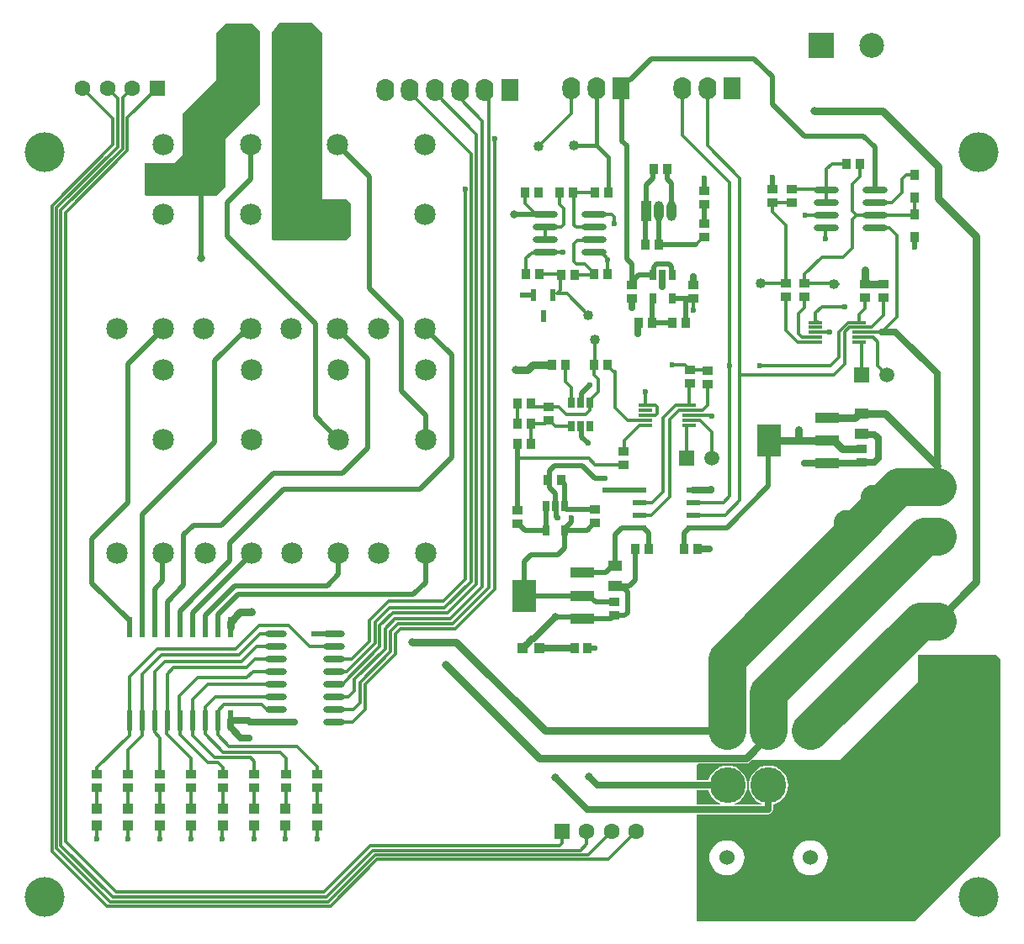
<source format=gtl>
G04*
G04 #@! TF.GenerationSoftware,Altium Limited,Altium Designer,20.0.2 (26)*
G04*
G04 Layer_Physical_Order=1*
G04 Layer_Color=255*
%FSLAX25Y25*%
%MOIN*%
G70*
G01*
G75*
%ADD19C,0.01200*%
%ADD57C,0.04000*%
%ADD58R,0.03543X0.04134*%
%ADD59R,0.09449X0.03937*%
%ADD60R,0.09449X0.12992*%
%ADD61R,0.03937X0.03543*%
%ADD62R,0.05800X0.04000*%
%ADD63R,0.04134X0.03543*%
%ADD64R,0.03900X0.04300*%
%ADD65R,0.04300X0.03900*%
%ADD66R,0.03543X0.03937*%
%ADD67R,0.05709X0.01181*%
%ADD68R,0.05709X0.02362*%
%ADD69R,0.02756X0.03937*%
%ADD70R,0.02559X0.04331*%
%ADD71R,0.02362X0.05118*%
%ADD72O,0.09843X0.02756*%
%ADD73R,0.02362X0.07874*%
%ADD74O,0.08661X0.02362*%
%ADD75C,0.01500*%
%ADD76C,0.15000*%
%ADD77C,0.03000*%
%ADD78C,0.02500*%
%ADD79C,0.02000*%
%ADD80C,0.08500*%
%ADD81C,0.06299*%
%ADD82R,0.06299X0.06299*%
%ADD83O,0.07000X0.09000*%
%ADD84R,0.07000X0.09000*%
%ADD85C,0.09843*%
%ADD86R,0.09843X0.09843*%
%ADD87C,0.14173*%
%ADD88C,0.06000*%
%ADD89R,0.09843X0.09843*%
%ADD90R,0.05906X0.05906*%
%ADD91C,0.05906*%
%ADD92R,0.03937X0.07874*%
%ADD93O,0.03937X0.07874*%
%ADD94C,0.15748*%
%ADD95C,0.02362*%
%ADD96C,0.03150*%
%ADD97C,0.11024*%
G36*
X275243Y-340754D02*
X275966Y-342107D01*
X276939Y-343292D01*
X278125Y-344266D01*
X279477Y-344988D01*
X279560Y-345014D01*
X279486Y-345514D01*
X270300D01*
Y-339646D01*
X274907D01*
X275243Y-340754D01*
D02*
G37*
G36*
X390500Y-287800D02*
Y-358000D01*
X356700Y-391800D01*
X270300D01*
Y-349286D01*
X298600D01*
X299322Y-349143D01*
X299934Y-348734D01*
X300343Y-348122D01*
X300486Y-347400D01*
Y-345366D01*
X301730Y-344988D01*
X303082Y-344266D01*
X304268Y-343292D01*
X305241Y-342107D01*
X305964Y-340754D01*
X306409Y-339286D01*
X306560Y-337760D01*
X306409Y-336233D01*
X305964Y-334766D01*
X305241Y-333413D01*
X304268Y-332227D01*
X303082Y-331254D01*
X301730Y-330531D01*
X300262Y-330086D01*
X298735Y-329936D01*
X297209Y-330086D01*
X295741Y-330531D01*
X294389Y-331254D01*
X293203Y-332227D01*
X292230Y-333413D01*
X291507Y-334766D01*
X291061Y-336233D01*
X290911Y-337760D01*
X291061Y-339286D01*
X291507Y-340754D01*
X292230Y-342107D01*
X293203Y-343292D01*
X294389Y-344266D01*
X295741Y-344988D01*
X295824Y-345014D01*
X295750Y-345514D01*
X285457D01*
X285383Y-345014D01*
X285466Y-344988D01*
X286819Y-344266D01*
X288004Y-343292D01*
X288977Y-342107D01*
X289700Y-340754D01*
X290146Y-339286D01*
X290296Y-337760D01*
X290146Y-336233D01*
X289700Y-334766D01*
X288977Y-333413D01*
X288004Y-332227D01*
X286819Y-331254D01*
X285466Y-330531D01*
X283998Y-330086D01*
X282472Y-329936D01*
X280945Y-330086D01*
X279477Y-330531D01*
X278125Y-331254D01*
X276939Y-332227D01*
X275966Y-333413D01*
X275243Y-334766D01*
X274907Y-335874D01*
X270300D01*
Y-329700D01*
X270859Y-329141D01*
X289900D01*
X290719Y-328978D01*
X291414Y-328514D01*
X292328Y-327600D01*
X327000D01*
X358000Y-296600D01*
Y-285900D01*
X388600Y-285900D01*
X390500Y-287800D01*
D02*
G37*
G36*
X117800Y-35300D02*
X121800Y-39300D01*
Y-105314D01*
X131562D01*
X133361Y-107114D01*
Y-119714D01*
X131462Y-121614D01*
X102193D01*
X101895Y-121205D01*
X101900Y-121200D01*
Y-39500D01*
X105078Y-35300D01*
X117800Y-35300D01*
D02*
G37*
G36*
X97300Y-38600D02*
X97300Y-67900D01*
X83700Y-81500D01*
X83700Y-100600D01*
X80100Y-104200D01*
X52200D01*
X51500Y-103500D01*
Y-91100D01*
X63178Y-91100D01*
X66500Y-87778D01*
X66500Y-71600D01*
X79900Y-58200D01*
Y-39400D01*
X83600Y-35700D01*
Y-35600D01*
X94300D01*
X97300Y-38600D01*
D02*
G37*
%LPC*%
G36*
X315271Y-359577D02*
X313920Y-359710D01*
X312621Y-360104D01*
X311425Y-360744D01*
X310375Y-361605D01*
X309514Y-362654D01*
X308875Y-363851D01*
X308481Y-365149D01*
X308348Y-366500D01*
X308481Y-367851D01*
X308875Y-369149D01*
X309514Y-370346D01*
X310375Y-371395D01*
X311425Y-372256D01*
X312621Y-372896D01*
X313920Y-373290D01*
X315271Y-373423D01*
X316621Y-373290D01*
X317920Y-372896D01*
X319117Y-372256D01*
X320166Y-371395D01*
X321027Y-370346D01*
X321667Y-369149D01*
X322061Y-367851D01*
X322194Y-366500D01*
X322061Y-365149D01*
X321667Y-363851D01*
X321027Y-362654D01*
X320166Y-361605D01*
X319117Y-360744D01*
X317920Y-360104D01*
X316621Y-359710D01*
X315271Y-359577D01*
D02*
G37*
G36*
X282200D02*
X280849Y-359710D01*
X279551Y-360104D01*
X278354Y-360744D01*
X277305Y-361605D01*
X276444Y-362654D01*
X275804Y-363851D01*
X275410Y-365149D01*
X275277Y-366500D01*
X275410Y-367851D01*
X275804Y-369149D01*
X276444Y-370346D01*
X277305Y-371395D01*
X278354Y-372256D01*
X279551Y-372896D01*
X280849Y-373290D01*
X282200Y-373423D01*
X283551Y-373290D01*
X284849Y-372896D01*
X286046Y-372256D01*
X287095Y-371395D01*
X287956Y-370346D01*
X288596Y-369149D01*
X288990Y-367851D01*
X289123Y-366500D01*
X288990Y-365149D01*
X288596Y-363851D01*
X287956Y-362654D01*
X287095Y-361605D01*
X286046Y-360744D01*
X284849Y-360104D01*
X283551Y-359710D01*
X282200Y-359577D01*
D02*
G37*
%LPD*%
D19*
X36580Y-385780D02*
X125120D01*
X14800Y-364000D02*
X36580Y-385780D01*
X14800Y-364000D02*
Y-108109D01*
X37880Y-383980D02*
X124320D01*
X16600Y-362700D02*
X37880Y-383980D01*
X16600Y-362700D02*
Y-108854D01*
X38800Y-382000D02*
X123500D01*
X18400Y-361600D02*
X38800Y-382000D01*
X18400Y-361600D02*
Y-109854D01*
X40300Y-380200D02*
X122700D01*
X20200Y-360100D02*
X40300Y-380200D01*
X20200Y-360100D02*
Y-110600D01*
X136900Y-296900D02*
X149000Y-284800D01*
X136900Y-305200D02*
Y-296900D01*
X134400Y-307700D02*
X136900Y-305200D01*
X139000Y-297800D02*
X151100Y-285700D01*
X139000Y-307700D02*
Y-297800D01*
X134000Y-312700D02*
X139000Y-307700D01*
X149000Y-276700D02*
X151900Y-273800D01*
X149000Y-284800D02*
Y-276700D01*
X151100Y-277600D02*
X153000Y-275700D01*
X151100Y-285700D02*
Y-277600D01*
X142926Y-281474D02*
Y-273174D01*
X131700Y-292700D02*
X142926Y-281474D01*
X126549Y-292700D02*
X131700D01*
X140700Y-280700D02*
Y-272400D01*
X133700Y-287700D02*
X140700Y-280700D01*
X126549Y-287700D02*
X133700D01*
X140700Y-272400D02*
X148300Y-264800D01*
X169900D01*
X180900Y-87243D02*
X180900Y-256900D01*
X170378Y-267422D02*
X180900Y-256900D01*
X148678Y-267422D02*
X170378D01*
X178500Y-256200D02*
Y-101300D01*
X169900Y-264800D02*
X178500Y-256200D01*
X216400Y-141400D02*
Y-135200D01*
X218900Y-142800D02*
X227400Y-151300D01*
X215000Y-142800D02*
X218900D01*
X207700Y-84400D02*
X220700Y-71400D01*
Y-61400D01*
X326021Y-138821D02*
X326200Y-139000D01*
X313279Y-138821D02*
X326021D01*
X313100Y-138643D02*
X313279Y-138821D01*
X305479Y-138621D02*
X305500Y-138643D01*
X295521Y-138621D02*
X305479D01*
X295500Y-138600D02*
X295521Y-138621D01*
X287400Y-175500D02*
Y-97000D01*
Y-175500D02*
X287800Y-175100D01*
X274443Y-84043D02*
X287400Y-97000D01*
X229743Y-171100D02*
X229771Y-171071D01*
Y-161129D01*
X229800Y-161100D01*
X227600Y-208100D02*
X230100Y-210600D01*
X199200Y-208100D02*
X227600D01*
X32590Y-333493D02*
Y-330810D01*
X45089Y-333493D02*
Y-323711D01*
X57587Y-333493D02*
Y-318887D01*
X55500Y-316800D02*
X57587Y-318887D01*
X55500Y-316800D02*
Y-312204D01*
X70086Y-333493D02*
Y-327186D01*
X82584Y-333493D02*
Y-330684D01*
X80700Y-328800D02*
X82584Y-330684D01*
X76698Y-328800D02*
X80700D01*
X65500Y-317602D02*
X76698Y-328800D01*
X79400Y-326800D02*
X93500D01*
X70500Y-317900D02*
X79400Y-326800D01*
X95083Y-333493D02*
Y-328383D01*
X93500Y-326800D02*
X95083Y-328383D01*
X82600Y-324600D02*
X105200D01*
X75500Y-317500D02*
X82600Y-324600D01*
X107581Y-333493D02*
Y-326981D01*
X105200Y-324600D02*
X107581Y-326981D01*
X112000Y-322300D02*
X120080Y-330380D01*
X85100Y-322300D02*
X112000D01*
X120080Y-333493D02*
Y-330380D01*
X80500Y-317700D02*
X85100Y-322300D01*
X50600Y-318200D02*
Y-312304D01*
X45089Y-323711D02*
X50600Y-318200D01*
X45500Y-317900D02*
Y-312204D01*
X32590Y-330810D02*
X45500Y-317900D01*
X60400Y-317500D02*
X70086Y-327186D01*
X60400Y-317500D02*
Y-312304D01*
X65500Y-317602D02*
Y-312204D01*
X70500Y-317900D02*
Y-312204D01*
X120080Y-346900D02*
Y-338808D01*
X119880Y-347100D02*
X120080Y-346900D01*
X107581Y-346929D02*
Y-338808D01*
X107410Y-347100D02*
X107581Y-346929D01*
X94940Y-339541D02*
X95083Y-339398D01*
X94940Y-347100D02*
Y-339541D01*
X95083Y-339398D02*
Y-338808D01*
X82584Y-346986D02*
Y-338808D01*
X82470Y-347100D02*
X82584Y-346986D01*
X70086Y-347014D02*
Y-338808D01*
X70000Y-347100D02*
X70086Y-347014D01*
X57587Y-347043D02*
Y-338808D01*
X57530Y-347100D02*
X57587Y-347043D01*
X45089Y-347071D02*
Y-338808D01*
X45060Y-347100D02*
X45089Y-347071D01*
X119880Y-353800D02*
X119880Y-353800D01*
X119880Y-359050D02*
Y-353800D01*
X107398Y-353812D02*
X107410Y-353800D01*
X107398Y-359050D02*
Y-353812D01*
X94915Y-353824D02*
X94940Y-353800D01*
X94915Y-359050D02*
Y-353824D01*
X82433Y-353837D02*
X82470Y-353800D01*
X82433Y-359050D02*
Y-353837D01*
X69951Y-353849D02*
X70000Y-353800D01*
X69951Y-359050D02*
Y-353849D01*
X57469Y-353861D02*
X57530Y-353800D01*
X57469Y-359050D02*
Y-353861D01*
X44987Y-353873D02*
X45060Y-353800D01*
X44987Y-359050D02*
Y-353873D01*
X32605Y-359050D02*
Y-353815D01*
X32590Y-353800D02*
X32605Y-353815D01*
X32590Y-347100D02*
Y-338808D01*
X141100Y-361800D02*
X215800D01*
X122700Y-380200D02*
X141100Y-361800D01*
X141900Y-363600D02*
X224300D01*
X123500Y-382000D02*
X141900Y-363600D01*
X142900Y-365400D02*
X227143D01*
X124320Y-383980D02*
X142900Y-365400D01*
X143700Y-367200D02*
X235185D01*
X125120Y-385780D02*
X143700Y-367200D01*
X44680Y-73168D02*
X56527Y-61321D01*
X44680Y-86120D02*
Y-73168D01*
X42880Y-65126D02*
X46685Y-61321D01*
X42880Y-85374D02*
Y-65126D01*
X36842Y-61321D02*
X40900Y-65378D01*
Y-84554D02*
Y-65378D01*
X27000Y-61321D02*
X39100Y-73421D01*
Y-83809D02*
Y-73421D01*
X216858Y-360742D02*
Y-356000D01*
X215800Y-361800D02*
X216858Y-360742D01*
X226700Y-361200D02*
Y-356000D01*
X224300Y-363600D02*
X226700Y-361200D01*
X227143Y-365400D02*
X236543Y-356000D01*
X235185Y-367200D02*
X246385Y-356000D01*
X20200Y-110600D02*
X44680Y-86120D01*
X18400Y-109854D02*
X42880Y-85374D01*
X16600Y-108854D02*
X40900Y-84554D01*
X14800Y-108109D02*
X39100Y-83809D01*
X132300Y-302700D02*
X134700Y-300300D01*
X126549Y-302700D02*
X132300D01*
X134700Y-300300D02*
Y-295800D01*
X146815Y-283685D01*
X126549Y-307700D02*
X134400D01*
X153000Y-275700D02*
X174600D01*
X151900Y-273800D02*
X173500D01*
X351700Y-102700D02*
Y-97500D01*
X347754Y-106647D02*
X351700Y-102700D01*
X346547Y-116647D02*
X349700Y-119800D01*
X340857Y-116647D02*
X346547D01*
X349700Y-152100D02*
Y-119800D01*
X339607Y-156193D02*
X344400Y-151400D01*
X342100Y-171500D02*
Y-162100D01*
X340130Y-160130D02*
X342100Y-162100D01*
X334618Y-160130D02*
X340130D01*
X334618Y-156193D02*
X339607D01*
X343700Y-158100D02*
X349700Y-152100D01*
X344400Y-151400D02*
Y-144358D01*
X80500Y-317700D02*
Y-312204D01*
X75500Y-317500D02*
Y-312204D01*
X60400Y-312304D02*
X60500Y-312204D01*
X50500D02*
X50600Y-312304D01*
X80500Y-308303D02*
X83103Y-305700D01*
X80500Y-312204D02*
Y-308303D01*
X99800Y-307700D02*
X103651D01*
X97800Y-305700D02*
X99800Y-307700D01*
X83103Y-305700D02*
X97800D01*
X241695Y-205285D02*
Y-201039D01*
X235057Y-129300D02*
Y-128926D01*
Y-135100D02*
Y-129300D01*
X283400Y-223000D02*
Y-98700D01*
X340857Y-116647D02*
X340900Y-116689D01*
X313446Y-111646D02*
X321566D01*
X313400Y-111600D02*
X313446Y-111646D01*
X300300Y-110400D02*
Y-106757D01*
Y-110400D02*
X305500Y-115600D01*
X287400Y-224800D02*
Y-175500D01*
X287800Y-175100D02*
X324500D01*
X281631Y-230569D02*
X287400Y-224800D01*
X269028Y-230569D02*
X281631D01*
X280832Y-225569D02*
X283400Y-223000D01*
X264600Y-79900D02*
X283400Y-98700D01*
X274443Y-84043D02*
Y-61400D01*
X264600Y-79900D02*
Y-61400D01*
X324500Y-175100D02*
X328857Y-170742D01*
X295200Y-171300D02*
X323400D01*
X269028Y-225569D02*
X280832D01*
X237900Y-187900D02*
Y-173600D01*
Y-187900D02*
X243072Y-193072D01*
X237262Y-173600D02*
X237900D01*
X272565Y-189135D02*
X274500Y-187200D01*
Y-178746D01*
X305500Y-138643D02*
Y-115600D01*
X313100Y-138643D02*
Y-135200D01*
X305500Y-157400D02*
Y-143957D01*
Y-157400D02*
X310199Y-162099D01*
X313100Y-148300D02*
Y-143957D01*
X310600Y-150800D02*
X313100Y-148300D01*
X310600Y-158800D02*
Y-150800D01*
X319800Y-148000D02*
X328857D01*
X317295Y-154225D02*
Y-150505D01*
X319800Y-148000D01*
X318290Y-154225D02*
X318300Y-154215D01*
X317295Y-154225D02*
X318290D01*
X317295Y-158162D02*
X322938D01*
X323067Y-158033D01*
X323400Y-171300D02*
X326500Y-168200D01*
X330187Y-154225D02*
X334618D01*
X326500Y-157912D02*
X330187Y-154225D01*
X326500Y-168200D02*
Y-157912D01*
X328857Y-170742D02*
Y-158100D01*
X334609Y-156203D02*
X334618Y-156193D01*
X330755Y-156203D02*
X334609D01*
X328857Y-158100D02*
X330755Y-156203D01*
X334618Y-158162D02*
X334628Y-158152D01*
X343648D01*
X343700Y-158100D01*
X342100Y-171500D02*
X345500Y-174900D01*
X335500D02*
Y-162108D01*
X335490Y-162099D02*
X335500Y-162108D01*
X334618Y-162099D02*
X335490D01*
X335500Y-174900D02*
X335600Y-174800D01*
X337000Y-148800D02*
Y-144257D01*
X334618Y-151182D02*
X337000Y-148800D01*
X334618Y-154225D02*
Y-151182D01*
X310600Y-158800D02*
X311930Y-160130D01*
X317295D01*
X304900Y-144557D02*
X305500Y-143957D01*
X310199Y-162099D02*
X317295D01*
X333546Y-111646D02*
X333753D01*
X332100Y-113300D02*
X333753Y-111646D01*
X340857D01*
X328400Y-128500D02*
X332100Y-124800D01*
Y-113300D01*
X313100Y-135200D02*
X319800Y-128500D01*
X328400D01*
X321400Y-116812D02*
X321566Y-116647D01*
X321400Y-121100D02*
Y-116812D01*
X321566Y-106647D02*
Y-101646D01*
X300300Y-106757D02*
X307900D01*
X321464Y-101544D02*
X321566Y-101646D01*
X308002Y-101544D02*
X321464D01*
X307900Y-101443D02*
X308002Y-101544D01*
X321566Y-101646D02*
Y-93534D01*
X323800Y-91300D02*
X329542D01*
X321566Y-93534D02*
X323800Y-91300D01*
X334858D02*
X335000Y-91443D01*
Y-96500D02*
Y-91443D01*
X332000Y-110100D02*
Y-99500D01*
X335000Y-96500D01*
X332000Y-110100D02*
X333546Y-111646D01*
X340857D02*
X356226D01*
X356500Y-111372D01*
X356550Y-104878D02*
X356600Y-104828D01*
X356550Y-111322D02*
Y-104878D01*
X356500Y-111372D02*
X356550Y-111322D01*
X353428Y-95772D02*
X356600D01*
X351700Y-97500D02*
X353428Y-95772D01*
X340857Y-106647D02*
X347754D01*
X265487Y-171100D02*
X267530Y-173143D01*
X260700Y-171100D02*
X265487D01*
X271672Y-193072D02*
X276200Y-197600D01*
X267261Y-193072D02*
X271672D01*
X276200Y-208200D02*
Y-197600D01*
X266200Y-208200D02*
Y-195050D01*
X266210Y-195040D01*
X267261D01*
Y-191103D02*
X276103D01*
X276402Y-191402D01*
X261834Y-187166D02*
X267261D01*
X256800Y-192200D02*
X261834Y-187166D01*
X256800Y-221500D02*
Y-192200D01*
X259600Y-192750D02*
X263225Y-189125D01*
X259600Y-223300D02*
Y-192750D01*
X249939Y-187166D02*
Y-181839D01*
X249900Y-181800D02*
X249939Y-181839D01*
X254700Y-190300D02*
Y-187869D01*
X249939Y-187166D02*
X253997D01*
X254700Y-187869D01*
X253906Y-191094D02*
X254700Y-190300D01*
X249939Y-191103D02*
X249948Y-191094D01*
X253906D01*
X267252Y-189125D02*
X267261Y-189135D01*
X263225Y-189125D02*
X267252D01*
X247572Y-230569D02*
X252331D01*
X259600Y-223300D01*
X252731Y-225569D02*
X256800Y-221500D01*
X247572Y-225569D02*
X252731D01*
X274500Y-178746D02*
X274656Y-178590D01*
X267261Y-189135D02*
X272565D01*
X267261Y-187166D02*
Y-178726D01*
X267530Y-178457D01*
X274590Y-173209D02*
X274656Y-173275D01*
X267596Y-173209D02*
X274590D01*
X267530Y-173143D02*
X267596Y-173209D01*
X266203Y-191103D02*
X267261D01*
X266200Y-191100D02*
X266203Y-191103D01*
X229743Y-175193D02*
Y-171100D01*
Y-175193D02*
X231400Y-176850D01*
Y-181796D02*
Y-176850D01*
X227997Y-186085D02*
Y-185199D01*
X231400Y-181796D01*
X235057Y-171395D02*
Y-171100D01*
Y-171395D02*
X237262Y-173600D01*
X243072Y-193072D02*
X249939D01*
X241695Y-201039D02*
X247694Y-195040D01*
X241400Y-205285D02*
X241695D01*
X247694Y-195040D02*
X249939D01*
X230100Y-210600D02*
X241400D01*
X218609Y-190809D02*
X226225D01*
X215506Y-187706D02*
X218609Y-190809D01*
X211643Y-187706D02*
X215506D01*
X227997Y-189038D02*
Y-186085D01*
X226225Y-190809D02*
X227997Y-189038D01*
X204556Y-186534D02*
Y-186426D01*
Y-186534D02*
X205728Y-187706D01*
X211643D01*
X199143Y-194300D02*
X199192Y-194251D01*
Y-186475D01*
X199241Y-186426D01*
X204457Y-202225D02*
Y-194300D01*
X210166D01*
X211446Y-193020D01*
X211643D01*
X214353Y-195534D02*
X220516D01*
X211839Y-193020D02*
X214353Y-195534D01*
X211643Y-193020D02*
X211839D01*
X220516Y-186085D02*
Y-179934D01*
X218315Y-177732D02*
X220516Y-179934D01*
X218315Y-177732D02*
Y-171000D01*
X268800Y-144842D02*
X268900Y-144942D01*
Y-149400D02*
Y-144942D01*
X260440Y-135391D02*
X260500Y-135451D01*
X269962Y-123400D02*
X272905Y-120457D01*
X273200D01*
X255258Y-123400D02*
X255279Y-123379D01*
Y-109953D02*
X255300Y-109932D01*
X249942Y-110289D02*
X250300Y-109932D01*
X253100Y-93542D02*
X253142Y-93500D01*
X208015Y-135200D02*
X216400D01*
X207900Y-103142D02*
X207904Y-103532D01*
X207457Y-102700D02*
X207900Y-103142D01*
X229446Y-126500D02*
X232632D01*
X237519Y-114819D02*
Y-112303D01*
X229446Y-111500D02*
X236716D01*
X237519Y-112303D01*
Y-114819D02*
X237700Y-115000D01*
X210154Y-126500D02*
X217200D01*
X210054Y-126600D02*
X210154Y-126500D01*
X204900Y-126600D02*
X210054D01*
X202700Y-135200D02*
Y-128800D01*
X204900Y-126600D01*
X217600Y-115400D02*
Y-109100D01*
X216042Y-107543D02*
X217600Y-109100D01*
X216042Y-107543D02*
Y-102700D01*
X216500Y-116500D02*
X217600Y-115400D01*
X210154Y-116500D02*
X216500D01*
X210154Y-121500D02*
Y-116500D01*
X221357Y-102700D02*
X229942D01*
X221357D02*
X221690Y-103032D01*
Y-115555D02*
Y-103032D01*
X222635Y-116500D02*
X229446D01*
X221690Y-115555D02*
X222635Y-116500D01*
X202143Y-107142D02*
X205781Y-110781D01*
X202143Y-107142D02*
Y-102700D01*
X221690Y-129890D02*
Y-123148D01*
X229148Y-121798D02*
X229446Y-121500D01*
X223040Y-121798D02*
X229148D01*
X221690Y-123148D02*
X223040Y-121798D01*
X221690Y-129890D02*
X222700Y-130900D01*
X225838D01*
X229743Y-135100D02*
Y-134805D01*
X225838Y-130900D02*
X229743Y-134805D01*
X232632Y-126500D02*
X235057Y-128926D01*
X221815Y-135300D02*
X229542D01*
X229743Y-135100D01*
X215000Y-142800D02*
X216400Y-141400D01*
X171700Y-269500D02*
X183065Y-258135D01*
X149800Y-269500D02*
X171700D01*
X144765Y-274535D02*
X149800Y-269500D01*
X144765Y-282835D02*
Y-274535D01*
X172600Y-271700D02*
X185400Y-258900D01*
X150700Y-271700D02*
X172600D01*
X146815Y-275585D02*
X150700Y-271700D01*
X146815Y-283685D02*
Y-275585D01*
X173500Y-273800D02*
X187800Y-259500D01*
X174600Y-275700D02*
X190300Y-260000D01*
Y-81400D01*
X187800Y-259500D02*
Y-63615D01*
X186285Y-62100D02*
X187800Y-63615D01*
X185400Y-74400D02*
X185400Y-258900D01*
X176443Y-65443D02*
X185400Y-74400D01*
X176443Y-65443D02*
Y-62100D01*
X156757Y-63100D02*
X180900Y-87243D01*
X166600Y-63100D02*
Y-62100D01*
Y-63100D02*
X183065Y-79565D01*
Y-258135D02*
Y-79565D01*
X156757Y-63100D02*
Y-62100D01*
X126549Y-312700D02*
X134000D01*
X142926Y-273174D02*
X148678Y-267422D01*
X129900Y-297700D02*
X144765Y-282835D01*
X126549Y-297700D02*
X129900D01*
X56600Y-283700D02*
X87500D01*
X45500Y-294800D02*
X56600Y-283700D01*
X45500Y-312204D02*
Y-294800D01*
X58200Y-286000D02*
X89000D01*
X50500Y-293700D02*
X58200Y-286000D01*
X50500Y-312204D02*
Y-293700D01*
X59600Y-288700D02*
X89900D01*
X55500Y-292800D02*
X59600Y-288700D01*
X55500Y-312204D02*
Y-292800D01*
X89000Y-286000D02*
X97300Y-277700D01*
X103651D01*
X95900Y-282700D02*
X103651D01*
X89900Y-288700D02*
X95900Y-282700D01*
X94500Y-292700D02*
X103651D01*
X92000Y-295200D02*
X94500Y-292700D01*
X72500Y-295200D02*
X92000D01*
X65400Y-302300D02*
X72500Y-295200D01*
X65400Y-312104D02*
Y-302300D01*
X75500Y-312204D02*
X75600Y-312104D01*
Y-306700D01*
X79600Y-302700D02*
X103651D01*
X75600Y-306700D02*
X79600Y-302700D01*
X76600Y-297700D02*
X103651D01*
X70500Y-312204D02*
Y-303800D01*
X76600Y-297700D01*
X65400Y-312104D02*
X65500Y-312204D01*
X95300Y-287700D02*
X103651D01*
X91900Y-291100D02*
X95300Y-287700D01*
X63100Y-291100D02*
X91900D01*
X60500Y-293700D02*
X63100Y-291100D01*
X60500Y-312204D02*
Y-293700D01*
X96800Y-274400D02*
X108489D01*
X87500Y-283700D02*
X96800Y-274400D01*
X116789Y-282700D02*
X126549D01*
X108489Y-274400D02*
X116789Y-282700D01*
X128288Y-200606D02*
X129295D01*
X94036D02*
X95095D01*
D57*
X227400Y-151300D02*
D03*
X221700Y-84200D02*
D03*
X207700Y-84400D02*
D03*
X324600Y-138900D02*
D03*
X295500Y-138600D02*
D03*
X229800Y-161100D02*
D03*
D58*
X229743Y-171100D02*
D03*
X235057D02*
D03*
X227100Y-283500D02*
D03*
X221785D02*
D03*
X329542Y-91300D02*
D03*
X334858D02*
D03*
X216458Y-216600D02*
D03*
X211142D02*
D03*
X265815Y-154337D02*
D03*
X260500D02*
D03*
X247143Y-154400D02*
D03*
X252457D02*
D03*
X229942Y-102700D02*
D03*
X235258D02*
D03*
X235057Y-135100D02*
D03*
X229743D02*
D03*
X221815Y-135300D02*
D03*
X216500D02*
D03*
X202700Y-135200D02*
D03*
X208015D02*
D03*
X204457Y-202225D02*
D03*
X199143D02*
D03*
X213000Y-171000D02*
D03*
X218315D02*
D03*
X204457Y-194300D02*
D03*
X199143D02*
D03*
X199241Y-186426D02*
D03*
X204556D02*
D03*
X202143Y-102700D02*
D03*
X207457D02*
D03*
X221357D02*
D03*
X216042D02*
D03*
D59*
X321917Y-210187D02*
D03*
Y-201132D02*
D03*
Y-192076D02*
D03*
X224849Y-253545D02*
D03*
Y-262600D02*
D03*
Y-271655D02*
D03*
D60*
X299083Y-201132D02*
D03*
X202014Y-262600D02*
D03*
D61*
X335700Y-209658D02*
D03*
Y-204343D02*
D03*
X211643Y-187706D02*
D03*
Y-193020D02*
D03*
X268800Y-144842D02*
D03*
Y-139527D02*
D03*
X237632Y-270458D02*
D03*
Y-265142D02*
D03*
X244500Y-139542D02*
D03*
Y-144858D02*
D03*
D62*
X335700Y-190300D02*
D03*
Y-198300D02*
D03*
X237931Y-258800D02*
D03*
Y-250800D02*
D03*
D63*
X120080Y-333493D02*
D03*
Y-338808D02*
D03*
X107581Y-333493D02*
D03*
Y-338808D02*
D03*
X32590Y-333493D02*
D03*
Y-338808D02*
D03*
X70086Y-333493D02*
D03*
Y-338808D02*
D03*
X57587Y-333493D02*
D03*
Y-338808D02*
D03*
X45089Y-333493D02*
D03*
Y-338808D02*
D03*
X82584Y-333493D02*
D03*
Y-338808D02*
D03*
X95083Y-333493D02*
D03*
Y-338808D02*
D03*
X344400Y-144358D02*
D03*
Y-139042D02*
D03*
X337000Y-144257D02*
D03*
Y-138943D02*
D03*
X313100Y-138643D02*
D03*
Y-143957D02*
D03*
X305500Y-138643D02*
D03*
Y-143957D02*
D03*
X307900Y-101443D02*
D03*
Y-106757D02*
D03*
X300300D02*
D03*
Y-101443D02*
D03*
X199300Y-233958D02*
D03*
Y-228643D02*
D03*
X273200Y-101943D02*
D03*
Y-107257D02*
D03*
Y-115143D02*
D03*
Y-120457D02*
D03*
X267530Y-178457D02*
D03*
Y-173143D02*
D03*
X274656Y-178590D02*
D03*
Y-173275D02*
D03*
X241400Y-205285D02*
D03*
Y-210600D02*
D03*
X230000Y-228443D02*
D03*
Y-233757D02*
D03*
D64*
X119880Y-347100D02*
D03*
Y-353800D02*
D03*
X32590Y-347100D02*
D03*
Y-353800D02*
D03*
X45060Y-347100D02*
D03*
Y-353800D02*
D03*
X57530Y-347100D02*
D03*
Y-353800D02*
D03*
X70000Y-347100D02*
D03*
Y-353800D02*
D03*
X82470Y-347100D02*
D03*
Y-353800D02*
D03*
X94940Y-347100D02*
D03*
Y-353800D02*
D03*
X107410Y-347100D02*
D03*
Y-353800D02*
D03*
D65*
X207900Y-283475D02*
D03*
X201200D02*
D03*
D66*
X265243Y-243900D02*
D03*
X270557D02*
D03*
X246042D02*
D03*
X251358D02*
D03*
X258457Y-93500D02*
D03*
X253142D02*
D03*
X249942Y-123400D02*
D03*
X255258D02*
D03*
X356600Y-95772D02*
D03*
Y-104828D02*
D03*
X356500Y-111372D02*
D03*
Y-120428D02*
D03*
D67*
X317295Y-154225D02*
D03*
Y-156193D02*
D03*
Y-158162D02*
D03*
Y-160130D02*
D03*
Y-162099D02*
D03*
X334618Y-154225D02*
D03*
Y-156193D02*
D03*
Y-158162D02*
D03*
Y-160130D02*
D03*
Y-162099D02*
D03*
X267261Y-195040D02*
D03*
Y-193072D02*
D03*
Y-191103D02*
D03*
Y-189135D02*
D03*
Y-187166D02*
D03*
X249939Y-195040D02*
D03*
Y-193072D02*
D03*
Y-191103D02*
D03*
Y-189135D02*
D03*
Y-187166D02*
D03*
D68*
X269028Y-235568D02*
D03*
Y-230569D02*
D03*
Y-225569D02*
D03*
Y-220568D02*
D03*
X247572Y-235568D02*
D03*
Y-230569D02*
D03*
Y-225569D02*
D03*
Y-220568D02*
D03*
D69*
X218000Y-227100D02*
D03*
X214260D02*
D03*
X210520D02*
D03*
X218000Y-236549D02*
D03*
X210520D02*
D03*
D70*
X227997Y-186085D02*
D03*
X224257D02*
D03*
X220516D02*
D03*
Y-195534D02*
D03*
X224257D02*
D03*
X227997D02*
D03*
X260440Y-144840D02*
D03*
X252960D02*
D03*
Y-135391D02*
D03*
X256700D02*
D03*
X260440D02*
D03*
D71*
X213240Y-143366D02*
D03*
X205760D02*
D03*
X209500Y-151634D02*
D03*
D72*
X210154Y-111500D02*
D03*
Y-116500D02*
D03*
Y-121500D02*
D03*
Y-126500D02*
D03*
X229446Y-111500D02*
D03*
Y-116500D02*
D03*
Y-121500D02*
D03*
Y-126500D02*
D03*
X321566Y-101646D02*
D03*
Y-106647D02*
D03*
Y-111646D02*
D03*
Y-116647D02*
D03*
X340857Y-101646D02*
D03*
Y-106647D02*
D03*
Y-111646D02*
D03*
Y-116647D02*
D03*
D73*
X45500Y-312204D02*
D03*
X50500D02*
D03*
X55500D02*
D03*
X60500D02*
D03*
X65500D02*
D03*
X70500D02*
D03*
X75500D02*
D03*
X80500D02*
D03*
X85500D02*
D03*
Y-275196D02*
D03*
X80500D02*
D03*
X75500D02*
D03*
X70500D02*
D03*
X65500D02*
D03*
X60500D02*
D03*
X55500D02*
D03*
X50500D02*
D03*
X45500D02*
D03*
D74*
X103651Y-277700D02*
D03*
Y-282700D02*
D03*
Y-287700D02*
D03*
Y-292700D02*
D03*
Y-297700D02*
D03*
Y-302700D02*
D03*
Y-307700D02*
D03*
Y-312700D02*
D03*
X126549Y-277700D02*
D03*
Y-282700D02*
D03*
Y-287700D02*
D03*
Y-292700D02*
D03*
Y-297700D02*
D03*
Y-302700D02*
D03*
Y-307700D02*
D03*
Y-312700D02*
D03*
D75*
X221700Y-84200D02*
X230600D01*
Y-62700D01*
X235258Y-102700D02*
Y-88858D01*
X230600Y-84200D02*
X235258Y-88858D01*
D76*
X298735Y-300965D02*
X360500Y-239200D01*
X315271Y-316106D02*
X358820Y-272557D01*
X282200Y-287700D02*
X350385Y-219515D01*
X365500D01*
X282200Y-316106D02*
Y-287700D01*
X360500Y-239200D02*
X365500D01*
X298735Y-316106D02*
Y-300965D01*
X358820Y-272557D02*
X365500D01*
D77*
X85500Y-275196D02*
Y-273078D01*
X89378Y-269200D01*
X93900D01*
X344000Y-70400D02*
X365900Y-92300D01*
X317100Y-70400D02*
X344000D01*
X365900Y-105100D02*
Y-92300D01*
X380900Y-156400D02*
Y-120100D01*
X365900Y-105100D02*
X380900Y-120100D01*
Y-156400D02*
X381000Y-156500D01*
Y-257057D02*
Y-156500D01*
X365500Y-272557D02*
X381000Y-257057D01*
X175100Y-280900D02*
X210306Y-316106D01*
X157700Y-280900D02*
X175100D01*
X344350Y-138993D02*
X344400Y-139042D01*
X337050Y-138993D02*
X344350D01*
X337000Y-138943D02*
X337050Y-138993D01*
X310500Y-201132D02*
X321917D01*
X299083D02*
X310500D01*
X337000Y-138943D02*
Y-133300D01*
X310500Y-201132D02*
Y-196800D01*
X344800Y-190300D02*
X365500Y-211000D01*
X335700Y-190300D02*
X344800D01*
X327884Y-204343D02*
X335700D01*
X324673Y-201132D02*
X327884Y-204343D01*
X321917Y-201132D02*
X324673D01*
X321917Y-192076D02*
X333024D01*
X334800Y-190300D01*
X335700D01*
X210306Y-316106D02*
X282200D01*
X208100Y-327000D02*
X289900D01*
X171000Y-289900D02*
X208100Y-327000D01*
X289900D02*
X298735Y-318165D01*
Y-316106D01*
X198600Y-173100D02*
X203300D01*
X205400Y-171000D01*
X213000D01*
D78*
X270557Y-243900D02*
X275200D01*
X214200Y-334600D02*
X227000Y-347400D01*
X298600D01*
Y-337895D01*
X298735Y-337760D01*
X230860D02*
X282472D01*
X227600Y-334500D02*
X230860Y-337760D01*
X349100Y-158100D02*
X365500Y-174500D01*
X343700Y-158100D02*
X349100D01*
X365500Y-211000D02*
Y-174500D01*
Y-219515D02*
Y-211000D01*
X313200Y-210200D02*
X313213Y-210187D01*
X313000Y-210200D02*
X313200D01*
X313213Y-210187D02*
X321917D01*
X335435Y-209922D02*
X335700Y-209658D01*
X322182Y-209922D02*
X335435D01*
X321917Y-210187D02*
X322182Y-209922D01*
X342200Y-208193D02*
Y-200064D01*
X335700Y-198300D02*
X336000Y-198600D01*
X340736D01*
X342200Y-200064D01*
X335700Y-209658D02*
X340736D01*
X342200Y-208193D01*
X93200Y-312700D02*
X103651D01*
X92800Y-312300D02*
X93200Y-312700D01*
X92704Y-312204D02*
X92800Y-312300D01*
X85500Y-312204D02*
X92704D01*
X89678Y-319000D02*
X93000D01*
X85500Y-314822D02*
X89678Y-319000D01*
X85500Y-314822D02*
Y-312204D01*
X207900Y-283475D02*
X207913Y-283487D01*
X221772D01*
X221785Y-283500D01*
X201200Y-283475D02*
X201400D01*
X203868Y-281007D01*
Y-280791D01*
X204984Y-279675D01*
X205625D01*
X214200Y-271100D01*
X268800Y-139527D02*
Y-136000D01*
X247000Y-154543D02*
X247143Y-154400D01*
X247000Y-158700D02*
Y-154543D01*
X244500Y-148500D02*
Y-144858D01*
X256700Y-140116D02*
Y-135391D01*
Y-140116D02*
X256700Y-140116D01*
X269028Y-220568D02*
X276031D01*
X276100Y-220500D01*
X103651Y-312700D02*
X111100D01*
D79*
X298600Y-201614D02*
X299083Y-201132D01*
X298600Y-219200D02*
Y-201614D01*
X282231Y-235568D02*
X298600Y-219200D01*
X269028Y-235568D02*
X282231D01*
X227100Y-283500D02*
X229942D01*
X227500Y-253545D02*
X234287D01*
X255258Y-123400D02*
X269962D01*
X202262Y-236624D02*
X210520D01*
X205727Y-143333D02*
X205760Y-143366D01*
X201333Y-143333D02*
X205727D01*
X201300Y-143300D02*
X201333Y-143333D01*
X300200Y-67700D02*
Y-56800D01*
X293000Y-49600D02*
X300200Y-56800D01*
X252185Y-49600D02*
X293000D01*
X240385Y-61400D02*
Y-60400D01*
X242885Y-57900D01*
X243885D01*
X252185Y-49600D01*
X300200Y-67700D02*
X312800Y-80300D01*
X336400D01*
X340900Y-84800D01*
Y-97300D02*
Y-84800D01*
X340857Y-101646D02*
X340900Y-101604D01*
Y-97300D01*
X356500Y-124300D02*
Y-120428D01*
Y-124300D02*
X356700Y-124500D01*
X300300Y-101443D02*
Y-96700D01*
X273200Y-101943D02*
Y-97200D01*
X265243Y-243900D02*
Y-237681D01*
X267355Y-235568D01*
X269028D01*
X126499Y-277750D02*
X126549Y-277700D01*
X118750Y-277750D02*
X126499D01*
X118700Y-277800D02*
X118750Y-277750D01*
X237800Y-245300D02*
Y-238300D01*
Y-245398D02*
Y-245300D01*
X246042Y-256457D02*
Y-243900D01*
X243700Y-258800D02*
X246042Y-256457D01*
X237931Y-258800D02*
X243700D01*
X240531Y-235568D02*
X247572D01*
X237800Y-238300D02*
X240531Y-235568D01*
X237931Y-250800D02*
Y-245530D01*
X237800Y-245398D02*
X237931Y-245530D01*
X251358Y-243900D02*
Y-237681D01*
X249245Y-235568D02*
X251358Y-237681D01*
X247572Y-235568D02*
X249245D01*
X229800Y-216000D02*
X234100D01*
X234000Y-220568D02*
X247572D01*
X214100Y-211000D02*
X224800D01*
X229800Y-216000D01*
X211142Y-216600D02*
X211914Y-215828D01*
Y-213186D01*
X214100Y-211000D01*
X224363Y-271169D02*
X224849Y-271655D01*
X214269Y-271169D02*
X224363D01*
X214200Y-271100D02*
X214269Y-271169D01*
X199143Y-208043D02*
X199200Y-208100D01*
X199131Y-208031D02*
X199143Y-208043D01*
X224257Y-186085D02*
X224536Y-185805D01*
Y-182457D01*
X227892Y-179100D01*
X224257Y-195534D02*
X224536Y-195813D01*
Y-199579D02*
Y-195813D01*
Y-199579D02*
X227157Y-202200D01*
X218000Y-236549D02*
Y-235958D01*
X220559Y-233399D01*
Y-231824D01*
X214260Y-227100D02*
X214638Y-227478D01*
Y-231218D02*
Y-227478D01*
Y-231218D02*
X215244Y-231824D01*
X218000Y-227100D02*
Y-218438D01*
X216458Y-216895D02*
X218000Y-218438D01*
X216458Y-216895D02*
Y-216600D01*
X214260Y-227100D02*
Y-222131D01*
X211914Y-219786D02*
X214260Y-222131D01*
X211914Y-219786D02*
Y-217372D01*
X211142Y-216600D02*
X211914Y-217372D01*
X234287Y-253545D02*
X237032Y-250800D01*
X237931D01*
Y-258800D02*
X238931Y-259800D01*
X241700D01*
X242800Y-260900D01*
Y-269286D02*
Y-260900D01*
X237632Y-270458D02*
X241628D01*
X242800Y-269286D01*
X224849Y-271655D02*
X236237D01*
X237435Y-270458D01*
X237632D01*
X230147Y-265142D02*
X237632D01*
X227605Y-262600D02*
X230147Y-265142D01*
X224849Y-262600D02*
X227605D01*
X218000Y-243600D02*
Y-236549D01*
X215300Y-246300D02*
X218000Y-243600D01*
X202014Y-248886D02*
X204600Y-246300D01*
X215300D01*
X202014Y-262600D02*
Y-248886D01*
Y-262600D02*
X224849D01*
X210520Y-236549D02*
Y-227100D01*
X218752Y-228443D02*
X230000D01*
X218000Y-227691D02*
X218752Y-228443D01*
X218000Y-227691D02*
Y-227100D01*
X218940Y-236624D02*
X226838D01*
X229705Y-233757D01*
X230000D01*
X199595Y-233958D02*
X202262Y-236624D01*
X199300Y-233958D02*
X199595D01*
X199250Y-228592D02*
X199300Y-228643D01*
X199250Y-228592D02*
Y-208150D01*
X199200Y-208100D02*
X199250Y-208150D01*
X74050Y-102550D02*
X74300Y-102300D01*
X74050Y-128750D02*
Y-102550D01*
X199143Y-208043D02*
Y-202225D01*
X254411Y-131100D02*
X259269D01*
X260161Y-135112D02*
X260440Y-135391D01*
X260161Y-135112D02*
Y-131992D01*
X259269Y-131100D02*
X260161Y-131992D01*
X253239Y-135112D02*
Y-132272D01*
X254411Y-131100D01*
X252960Y-135391D02*
X253239Y-135112D01*
X244500Y-138157D02*
Y-131200D01*
Y-139542D02*
Y-138157D01*
X240442Y-62700D02*
X240700Y-62958D01*
Y-82300D02*
Y-62958D01*
Y-82300D02*
X242500Y-84100D01*
Y-129200D02*
Y-84100D01*
Y-129200D02*
X244500Y-131200D01*
Y-138157D02*
X247266Y-135391D01*
X252960D01*
X265847Y-144841D02*
X268799D01*
X260441D02*
X265847D01*
X268799D02*
X268800Y-144842D01*
X260440Y-144840D02*
X260441Y-144841D01*
X265815Y-154337D02*
Y-144873D01*
X265847Y-144841D01*
X252489Y-154368D02*
X252709Y-154149D01*
X252457Y-154400D02*
X252489Y-154368D01*
X252709Y-154149D02*
Y-145091D01*
X252960Y-144840D01*
X252489Y-154368D02*
X260469D01*
X260500Y-154337D01*
X273200Y-115143D02*
Y-107257D01*
X255279Y-123379D02*
Y-109953D01*
X249942Y-123400D02*
Y-110289D01*
X258457Y-97357D02*
Y-93500D01*
X260300Y-109932D02*
Y-99200D01*
X258457Y-97357D02*
X260300Y-99200D01*
X253100Y-96900D02*
Y-93542D01*
X250300Y-99700D02*
X253100Y-96900D01*
X250300Y-109932D02*
Y-99700D01*
X197900Y-111500D02*
X210154D01*
X162800Y-257300D02*
Y-246015D01*
X158000Y-262100D02*
X162800Y-257300D01*
X88600Y-262100D02*
X158000D01*
X162800Y-246015D02*
X162934Y-245881D01*
X127998Y-83862D02*
X140650Y-96514D01*
Y-140650D02*
Y-96514D01*
Y-140650D02*
X153300Y-153300D01*
Y-181300D02*
Y-153300D01*
Y-181300D02*
X162934Y-190934D01*
X162700Y-156635D02*
X173200Y-167135D01*
Y-207600D02*
Y-167135D01*
X160500Y-220300D02*
X173200Y-207600D01*
X162934Y-200606D02*
Y-190934D01*
X106700Y-220300D02*
X160500D01*
X80500Y-270200D02*
X88600Y-262100D01*
X80500Y-275196D02*
Y-270200D01*
X128288Y-254212D02*
Y-245881D01*
X123900Y-258600D02*
X128288Y-254212D01*
X87400Y-258600D02*
X123900D01*
X75681Y-270319D02*
X87400Y-258600D01*
X75500Y-275196D02*
X75681Y-275015D01*
Y-270319D01*
X94036Y-246064D02*
Y-245881D01*
X70681Y-269419D02*
X94036Y-246064D01*
X70500Y-275196D02*
X70681Y-275015D01*
Y-269419D01*
X65500Y-275196D02*
Y-268600D01*
X85300Y-248800D02*
Y-241700D01*
X65500Y-268600D02*
X85300Y-248800D01*
Y-241700D02*
X106700Y-220300D01*
X130000Y-214000D02*
X139800Y-204200D01*
X102600Y-214000D02*
X130000D01*
X82000Y-234600D02*
X102600Y-214000D01*
X127998Y-156781D02*
Y-156697D01*
Y-156781D02*
X139800Y-168582D01*
Y-204200D02*
Y-168582D01*
X70900Y-234600D02*
X82000D01*
X67100Y-258400D02*
Y-238400D01*
X70900Y-234600D01*
X60500Y-275196D02*
Y-265000D01*
X67100Y-258400D01*
X58700Y-246178D02*
X58997Y-245881D01*
X58700Y-256800D02*
Y-246178D01*
X55500Y-275196D02*
Y-260000D01*
X58700Y-256800D01*
X92203Y-156697D02*
X93550D01*
X79400Y-169500D02*
X92203Y-156697D01*
X50500Y-275196D02*
Y-230500D01*
X79400Y-201600D01*
Y-169500D01*
X45500Y-275196D02*
Y-272440D01*
X30700Y-257640D02*
X45500Y-272440D01*
X30700Y-257640D02*
Y-239900D01*
X45000Y-225600D01*
Y-170798D02*
X59101Y-156697D01*
X45000Y-225600D02*
Y-170798D01*
X119172Y-191490D02*
Y-154872D01*
X84200Y-119900D02*
X119172Y-154872D01*
X84200Y-119900D02*
Y-106700D01*
X93550Y-97350D01*
Y-83862D01*
X119172Y-191490D02*
X128288Y-200606D01*
X58461Y-156058D02*
X59101Y-156697D01*
X93062Y-156209D02*
X93550Y-156697D01*
D80*
X59101D02*
D03*
Y-111421D02*
D03*
Y-83862D02*
D03*
X40597Y-156697D02*
D03*
X93550D02*
D03*
Y-111421D02*
D03*
Y-83862D02*
D03*
X75046Y-156697D02*
D03*
X127998D02*
D03*
Y-111421D02*
D03*
Y-83862D02*
D03*
X109494Y-156697D02*
D03*
X162700Y-156635D02*
D03*
Y-111359D02*
D03*
Y-83800D02*
D03*
X144196Y-156635D02*
D03*
X162934Y-245881D02*
D03*
Y-200606D02*
D03*
Y-173047D02*
D03*
X144430Y-245881D02*
D03*
X40493D02*
D03*
X58997Y-173047D02*
D03*
Y-200606D02*
D03*
Y-245881D02*
D03*
X109784D02*
D03*
X128288Y-173047D02*
D03*
Y-200606D02*
D03*
Y-245881D02*
D03*
X75532D02*
D03*
X94036Y-173047D02*
D03*
Y-200606D02*
D03*
Y-245881D02*
D03*
D81*
X36842Y-61321D02*
D03*
X27000D02*
D03*
X46685D02*
D03*
X236543Y-356000D02*
D03*
X246385D02*
D03*
X226700D02*
D03*
D82*
X56527Y-61321D02*
D03*
X216858Y-356000D02*
D03*
D83*
X220700Y-61400D02*
D03*
X230542D02*
D03*
X264600D02*
D03*
X274443D02*
D03*
X186285Y-62100D02*
D03*
X176443D02*
D03*
X166600D02*
D03*
X156757D02*
D03*
X146915D02*
D03*
D84*
X240385Y-61400D02*
D03*
X284285D02*
D03*
X196128Y-62100D02*
D03*
D85*
X109442Y-44300D02*
D03*
X339442D02*
D03*
X365500Y-292243D02*
D03*
Y-239200D02*
D03*
D86*
X89758Y-44300D02*
D03*
X319758D02*
D03*
D87*
X282200Y-316106D02*
D03*
X298735D02*
D03*
X315271D02*
D03*
Y-337760D02*
D03*
X298735D02*
D03*
X282472D02*
D03*
D88*
X282200Y-366500D02*
D03*
X315271D02*
D03*
D89*
X365500Y-272557D02*
D03*
Y-219515D02*
D03*
D90*
X266200Y-208200D02*
D03*
X335500Y-174900D02*
D03*
D91*
X276200Y-208200D02*
D03*
X345500Y-174900D02*
D03*
D92*
X250300Y-109932D02*
D03*
D93*
X255300D02*
D03*
X260300D02*
D03*
D94*
X381890Y-381890D02*
D03*
X11811D02*
D03*
X381890Y-86614D02*
D03*
X11811D02*
D03*
D95*
X32605Y-359050D02*
D03*
X275200Y-243900D02*
D03*
X337000Y-133300D02*
D03*
X310500Y-196800D02*
D03*
X313000Y-210200D02*
D03*
X92800Y-312300D02*
D03*
X93000Y-319000D02*
D03*
X229942Y-283500D02*
D03*
X57469Y-359050D02*
D03*
X119880D02*
D03*
X107398D02*
D03*
X94915D02*
D03*
X82433D02*
D03*
X69951D02*
D03*
X44987D02*
D03*
X201300Y-143300D02*
D03*
X260300Y-123500D02*
D03*
X313400Y-111600D02*
D03*
X283300Y-171300D02*
D03*
X356700Y-124500D02*
D03*
X300300Y-96700D02*
D03*
X273200Y-97200D02*
D03*
X268800Y-136000D02*
D03*
X247000Y-158700D02*
D03*
X244500Y-148500D02*
D03*
X256700Y-140116D02*
D03*
X276100Y-220500D02*
D03*
X118700Y-277800D02*
D03*
X111100Y-312700D02*
D03*
X295200Y-171300D02*
D03*
X328857Y-148000D02*
D03*
X323067Y-158033D02*
D03*
X343700Y-158100D02*
D03*
X321400Y-121100D02*
D03*
X340900Y-97300D02*
D03*
X237800Y-245300D02*
D03*
X260700Y-171100D02*
D03*
X276402Y-191402D02*
D03*
X249900Y-181800D02*
D03*
X234100Y-216000D02*
D03*
X234000Y-220568D02*
D03*
X227892Y-179100D02*
D03*
X227157Y-202200D02*
D03*
X220559Y-231824D02*
D03*
X215244D02*
D03*
X199200Y-208100D02*
D03*
X268900Y-149400D02*
D03*
X235057Y-129300D02*
D03*
X207904Y-103532D02*
D03*
X237700Y-115000D02*
D03*
X217200Y-126500D02*
D03*
X190300Y-81400D02*
D03*
X178500Y-101300D02*
D03*
D96*
X93900Y-269200D02*
D03*
X317100Y-70400D02*
D03*
X171000Y-289900D02*
D03*
X157700Y-280900D02*
D03*
X214200Y-334600D02*
D03*
X227600Y-334500D02*
D03*
X227500Y-253400D02*
D03*
X214200Y-271100D02*
D03*
X198600Y-173100D02*
D03*
X74050Y-128750D02*
D03*
X54800Y-102300D02*
D03*
X74300D02*
D03*
X59675D02*
D03*
X64550D02*
D03*
X69425D02*
D03*
X54700Y-97900D02*
D03*
X74200D02*
D03*
X59575D02*
D03*
X64450D02*
D03*
X69325D02*
D03*
X69425Y-93500D02*
D03*
X64550D02*
D03*
X59675D02*
D03*
X74300D02*
D03*
X54800D02*
D03*
X197900Y-111500D02*
D03*
D97*
X331200Y-301900D02*
D03*
X331100Y-270800D02*
D03*
X330000Y-234000D02*
D03*
X340600Y-224100D02*
D03*
X342300Y-260200D02*
D03*
X342400Y-291600D02*
D03*
X366900Y-338900D02*
D03*
X352000D02*
D03*
Y-325200D02*
D03*
X366900D02*
D03*
M02*

</source>
